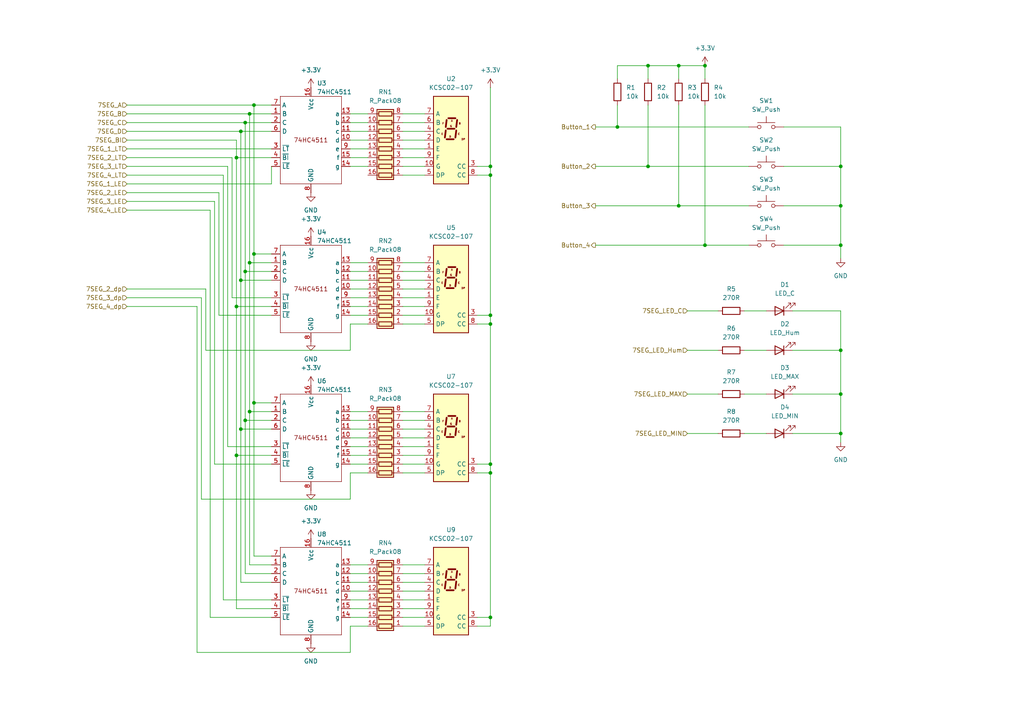
<source format=kicad_sch>
(kicad_sch (version 20250114) (generator "eeschema") (generator_version "9.0")
  (paper "A4")
  (lib_symbols
    (symbol "74HC4511:74HC4511"
      (property "Reference" "U" (at -8.382 14.224 0))
      (property "Value" "74HC4511" (at 0 0 0))
      (symbol "74HC4511_1_1"
        (rectangle (start -8.89 12.7) (end 8.89 -12.7) (fill (type color) (color 255 255 255 1)))
        (text "74HC4511\n" (at 0 0 0) (effects (font (size 1.27 1.27))))
        (pin input line (at -11.43 10.16 0) (length 2.54) (name "A") (number "7"))
        (pin input line (at -11.43 7.62 0) (length 2.54) (name "B") (number "1"))
        (pin input line (at -11.43 5.08 0) (length 2.54) (name "C") (number "2"))
        (pin input line (at -11.43 2.54 0) (length 2.54) (name "D") (number "6"))
        (pin input line (at -11.43 -2.54 0) (length 2.54) (name "~{LT}") (number "3"))
        (pin input line (at -11.43 -5.08 0) (length 2.54) (name "~{BI}") (number "4"))
        (pin input line (at -11.43 -7.62 0) (length 2.54) (name "~{LE}") (number "5"))
        (pin power_in line (at 0 15.24 270) (length 2.54) (name "Vcc") (number "16"))
        (pin power_out line (at 0 -15.24 90) (length 2.54) (name "GND") (number "8"))
        (pin output line (at 11.43 7.62 180) (length 2.54) (name "a") (number "13"))
        (pin output line (at 11.43 5.08 180) (length 2.54) (name "b") (number "12"))
        (pin output line (at 11.43 2.54 180) (length 2.54) (name "c") (number "11"))
        (pin output line (at 11.43 0 180) (length 2.54) (name "d") (number "10"))
        (pin output line (at 11.43 -2.54 180) (length 2.54) (name "e") (number "9"))
        (pin output line (at 11.43 -5.08 180) (length 2.54) (name "f") (number "15"))
        (pin output line (at 11.43 -7.62 180) (length 2.54) (name "g") (number "14"))
      )
    )
    (symbol "Device:LED" (pin_numbers (hide yes)) (pin_names (offset 1.016) (hide yes))
      (property "Reference" "D" (at 0 2.54 0))
      (property "Value" "LED" (at 0 -2.54 0))
      (symbol "LED_0_1"
        (polyline (pts (xy -3.048 -0.762) (xy -4.572 -2.286) (xy -3.81 -2.286) (xy -4.572 -2.286) (xy -4.572 -1.524)))
        (polyline (pts (xy -1.778 -0.762) (xy -3.302 -2.286) (xy -2.54 -2.286) (xy -3.302 -2.286) (xy -3.302 -1.524)))
        (polyline (pts (xy -1.27 0) (xy 1.27 0)))
        (polyline (pts (xy -1.27 -1.27) (xy -1.27 1.27)) (stroke (width 0.254)))
        (polyline (pts (xy 1.27 -1.27) (xy 1.27 1.27) (xy -1.27 0) (xy 1.27 -1.27)) (stroke (width 0.254)))
      )
      (symbol "LED_1_1"
        (pin passive line (at -3.81 0 0) (length 2.54) (name "K") (number "1"))
        (pin passive line (at 3.81 0 180) (length 2.54) (name "A") (number "2"))
      )
    )
    (symbol "Device:R" (pin_numbers (hide yes)) (pin_names (offset 0))
      (property "Reference" "R" (at 2.032 0 90))
      (property "Value" "R" (at 0 0 90))
      (symbol "R_0_1"
        (rectangle (start -1.016 -2.54) (end 1.016 2.54) (stroke (width 0.254)))
      )
      (symbol "R_1_1"
        (pin passive line (at 0 3.81 270) (length 1.27) (name "~") (number "1"))
        (pin passive line (at 0 -3.81 90) (length 1.27) (name "~") (number "2"))
      )
    )
    (symbol "Device:R_Pack08" (pin_names (offset 0) (hide yes))
      (property "Reference" "RN" (at -12.7 0 90))
      (property "Value" "R_Pack08" (at 10.16 0 90))
      (symbol "R_Pack08_0_1"
        (rectangle (start -11.43 -2.413) (end 8.89 2.413) (stroke (width 0.254)) (fill (type background)))
        (rectangle (start -10.795 1.905) (end -9.525 -1.905) (stroke (width 0.254)))
        (polyline (pts (xy -10.16 1.905) (xy -10.16 2.54)))
        (polyline (pts (xy -10.16 -2.54) (xy -10.16 -1.905)))
        (rectangle (start -8.255 1.905) (end -6.985 -1.905) (stroke (width 0.254)))
        (polyline (pts (xy -7.62 1.905) (xy -7.62 2.54)))
        (polyline (pts (xy -7.62 -2.54) (xy -7.62 -1.905)))
        (rectangle (start -5.715 1.905) (end -4.445 -1.905) (stroke (width 0.254)))
        (polyline (pts (xy -5.08 1.905) (xy -5.08 2.54)))
        (polyline (pts (xy -5.08 -2.54) (xy -5.08 -1.905)))
        (rectangle (start -3.175 1.905) (end -1.905 -1.905) (stroke (width 0.254)))
        (polyline (pts (xy -2.54 1.905) (xy -2.54 2.54)))
        (polyline (pts (xy -2.54 -2.54) (xy -2.54 -1.905)))
        (rectangle (start -0.635 1.905) (end 0.635 -1.905) (stroke (width 0.254)))
        (polyline (pts (xy 0 1.905) (xy 0 2.54)))
        (polyline (pts (xy 0 -2.54) (xy 0 -1.905)))
        (rectangle (start 1.905 1.905) (end 3.175 -1.905) (stroke (width 0.254)))
        (polyline (pts (xy 2.54 1.905) (xy 2.54 2.54)))
        (polyline (pts (xy 2.54 -2.54) (xy 2.54 -1.905)))
        (rectangle (start 4.445 1.905) (end 5.715 -1.905) (stroke (width 0.254)))
        (polyline (pts (xy 5.08 1.905) (xy 5.08 2.54)))
        (polyline (pts (xy 5.08 -2.54) (xy 5.08 -1.905)))
        (rectangle (start 6.985 1.905) (end 8.255 -1.905) (stroke (width 0.254)))
        (polyline (pts (xy 7.62 1.905) (xy 7.62 2.54)))
        (polyline (pts (xy 7.62 -2.54) (xy 7.62 -1.905)))
      )
      (symbol "R_Pack08_1_1"
        (pin passive line (at -10.16 5.08 270) (length 2.54) (name "R1.2") (number "16"))
        (pin passive line (at -10.16 -5.08 90) (length 2.54) (name "R1.1") (number "1"))
        (pin passive line (at -7.62 5.08 270) (length 2.54) (name "R2.2") (number "15"))
        (pin passive line (at -7.62 -5.08 90) (length 2.54) (name "R2.1") (number "2"))
        (pin passive line (at -5.08 5.08 270) (length 2.54) (name "R3.2") (number "14"))
        (pin passive line (at -5.08 -5.08 90) (length 2.54) (name "R3.1") (number "3"))
        (pin passive line (at -2.54 5.08 270) (length 2.54) (name "R4.2") (number "13"))
        (pin passive line (at -2.54 -5.08 90) (length 2.54) (name "R4.1") (number "4"))
        (pin passive line (at 0 5.08 270) (length 2.54) (name "R5.2") (number "12"))
        (pin passive line (at 0 -5.08 90) (length 2.54) (name "R5.1") (number "5"))
        (pin passive line (at 2.54 5.08 270) (length 2.54) (name "R6.2") (number "11"))
        (pin passive line (at 2.54 -5.08 90) (length 2.54) (name "R6.1") (number "6"))
        (pin passive line (at 5.08 5.08 270) (length 2.54) (name "R7.2") (number "10"))
        (pin passive line (at 5.08 -5.08 90) (length 2.54) (name "R7.1") (number "7"))
        (pin passive line (at 7.62 5.08 270) (length 2.54) (name "R8.2") (number "9"))
        (pin passive line (at 7.62 -5.08 90) (length 2.54) (name "R8.1") (number "8"))
      )
    )
    (symbol "Display_Character:KCSC02-107" (pin_names (offset 0.635))
      (property "Reference" "U" (at -2.54 13.97 0))
      (property "Value" "KCSC02-107" (at 1.27 13.97 0))
      (symbol "KCSC02-107_0_0"
        (text "E" (at -2.54 1.778 0) (effects (font (size 0.508 0.508))))
        (text "F" (at -2.286 4.826 0) (effects (font (size 0.508 0.508))))
        (text "D" (at -0.254 1.016 0) (effects (font (size 0.508 0.508))))
        (text "G" (at 0 4.064 0) (effects (font (size 0.508 0.508))))
        (text "A" (at 0.254 5.588 0) (effects (font (size 0.508 0.508))))
        (text "C" (at 2.286 1.778 0) (effects (font (size 0.508 0.508))))
        (text "B" (at 2.54 4.826 0) (effects (font (size 0.508 0.508))))
        (text "DP" (at 3.556 0.254 0) (effects (font (size 0.508 0.508))))
      )
      (symbol "KCSC02-107_0_1"
        (rectangle (start -5.08 12.7) (end 5.08 -12.7) (stroke (width 0.254)) (fill (type background)))
        (polyline (pts (xy -1.524 2.794) (xy -1.778 0.762)) (stroke (width 0.508)))
        (polyline (pts (xy -1.27 5.842) (xy -1.524 3.81)) (stroke (width 0.508)))
        (polyline (pts (xy -1.27 0.254) (xy 0.762 0.254)) (stroke (width 0.508)))
        (polyline (pts (xy -1.016 3.302) (xy 1.016 3.302)) (stroke (width 0.508)))
        (polyline (pts (xy -0.762 6.35) (xy 1.27 6.35)) (stroke (width 0.508)))
        (polyline (pts (xy 1.524 2.794) (xy 1.27 0.762)) (stroke (width 0.508)))
        (polyline (pts (xy 1.778 5.842) (xy 1.524 3.81)) (stroke (width 0.508)))
        (polyline (pts (xy 2.54 0.254) (xy 2.54 0.254)) (stroke (width 0.508)))
      )
      (symbol "KCSC02-107_1_1"
        (pin input line (at -7.62 7.62 0) (length 2.54) (name "A") (number "7"))
        (pin input line (at -7.62 5.08 0) (length 2.54) (name "B") (number "6"))
        (pin input line (at -7.62 2.54 0) (length 2.54) (name "C") (number "4"))
        (pin input line (at -7.62 0 0) (length 2.54) (name "D") (number "2"))
        (pin input line (at -7.62 -2.54 0) (length 2.54) (name "E") (number "1"))
        (pin input line (at -7.62 -5.08 0) (length 2.54) (name "F") (number "9"))
        (pin input line (at -7.62 -7.62 0) (length 2.54) (name "G") (number "10"))
        (pin input line (at -7.62 -10.16 0) (length 2.54) (name "DP") (number "5"))
        (pin input line (at 7.62 -7.62 180) (length 2.54) (name "CC") (number "3"))
        (pin input line (at 7.62 -10.16 180) (length 2.54) (name "CC") (number "8"))
      )
    )
    (symbol "Switch:SW_Push" (pin_numbers (hide yes)) (pin_names (offset 1.016) (hide yes))
      (property "Reference" "SW" (at 1.27 2.54 0))
      (property "Value" "SW_Push" (at 0 -1.524 0))
      (symbol "SW_Push_0_1"
        (circle (center -2.032 0) (radius 0.508))
        (polyline (pts (xy 0 1.27) (xy 0 3.048)))
        (circle (center 2.032 0) (radius 0.508))
        (polyline (pts (xy 2.54 1.27) (xy -2.54 1.27)))
        (pin passive line (at -5.08 0 0) (length 2.54) (name "1") (number "1"))
        (pin passive line (at 5.08 0 180) (length 2.54) (name "2") (number "2"))
      )
    )
    (symbol "power:GND" (power) (pin_numbers (hide yes)) (pin_names (offset 0) (hide yes))
      (property "Value" "GND" (at 0 -3.81 0))
      (symbol "GND_0_1"
        (polyline (pts (xy 0 0) (xy 0 -1.27) (xy 1.27 -1.27) (xy 0 -2.54) (xy -1.27 -1.27) (xy 0 -1.27)))
      )
      (symbol "GND_1_1"
        (pin power_in line (at 0 0 270) (length 0) (name "~") (number "1"))
      )
    )
    (symbol "power:VDD" (power) (pin_numbers (hide yes)) (pin_names (offset 0) (hide yes))
      (property "Value" "VDD" (at 0 3.556 0))
      (symbol "VDD_0_1"
        (polyline (pts (xy -0.762 1.27) (xy 0 2.54)))
        (polyline (pts (xy 0 2.54) (xy 0.762 1.27)))
        (polyline (pts (xy 0 0) (xy 0 2.54)))
      )
      (symbol "VDD_1_1"
        (pin power_in line (at 0 0 90) (length 0) (name "~") (number "1"))
      )
    )
  )
  (junction (at 187.96 19.05))
  (junction (at 73.66 116.84))
  (junction (at 243.84 114.3))
  (junction (at 71.12 121.92))
  (junction (at 243.84 125.73))
  (junction (at 68.58 132.08))
  (junction (at 243.84 101.6))
  (junction (at 72.39 33.02))
  (junction (at 71.12 78.74))
  (junction (at 204.47 19.05))
  (junction (at 68.58 88.9))
  (junction (at 73.66 30.48))
  (junction (at 71.12 35.56))
  (junction (at 196.85 19.05))
  (junction (at 69.85 124.46))
  (junction (at 187.96 48.26))
  (junction (at 72.39 76.2))
  (junction (at 142.24 48.26))
  (junction (at 142.24 134.62))
  (junction (at 142.24 137.16))
  (junction (at 243.84 48.26))
  (junction (at 243.84 59.69))
  (junction (at 142.24 93.98))
  (junction (at 204.47 71.12))
  (junction (at 142.24 179.07))
  (junction (at 196.85 59.69))
  (junction (at 73.66 73.66))
  (junction (at 72.39 119.38))
  (junction (at 69.85 38.1))
  (junction (at 69.85 81.28))
  (junction (at 179.07 36.83))
  (junction (at 142.24 91.44))
  (junction (at 243.84 71.12))
  (junction (at 68.58 45.72))
  (junction (at 142.24 50.8))
  (wire (pts (xy 116.84 168.91) (xy 123.19 168.91)))
  (wire (pts (xy 116.84 78.74) (xy 123.19 78.74)))
  (wire (pts (xy 101.6 173.99) (xy 106.68 173.99)))
  (wire (pts (xy 142.24 137.16) (xy 142.24 179.07)))
  (wire (pts (xy 243.84 71.12) (xy 243.84 74.93)))
  (wire (pts (xy 36.83 55.88) (xy 63.5 55.88)))
  (wire (pts (xy 116.84 88.9) (xy 123.19 88.9)))
  (wire (pts (xy 36.83 48.26) (xy 66.04 48.26)))
  (wire (pts (xy 101.6 35.56) (xy 106.68 35.56)))
  (wire (pts (xy 227.33 59.69) (xy 243.84 59.69)))
  (wire (pts (xy 68.58 132.08) (xy 68.58 176.53)))
  (wire (pts (xy 36.83 30.48) (xy 73.66 30.48)))
  (wire (pts (xy 101.6 181.61) (xy 106.68 181.61)))
  (wire (pts (xy 57.15 88.9) (xy 57.15 189.23)))
  (wire (pts (xy 72.39 33.02) (xy 78.74 33.02)))
  (wire (pts (xy 101.6 171.45) (xy 106.68 171.45)))
  (wire (pts (xy 199.39 114.3) (xy 208.28 114.3)))
  (wire (pts (xy 116.84 50.8) (xy 123.19 50.8)))
  (wire (pts (xy 196.85 19.05) (xy 187.96 19.05)))
  (wire (pts (xy 101.6 48.26) (xy 106.68 48.26)))
  (wire (pts (xy 69.85 81.28) (xy 78.74 81.28)))
  (wire (pts (xy 69.85 38.1) (xy 69.85 81.28)))
  (wire (pts (xy 57.15 189.23) (xy 101.6 189.23)))
  (wire (pts (xy 73.66 116.84) (xy 78.74 116.84)))
  (wire (pts (xy 187.96 19.05) (xy 179.07 19.05)))
  (wire (pts (xy 62.23 134.62) (xy 78.74 134.62)))
  (wire (pts (xy 67.31 86.36) (xy 78.74 86.36)))
  (wire (pts (xy 66.04 48.26) (xy 66.04 129.54)))
  (wire (pts (xy 58.42 86.36) (xy 58.42 144.78)))
  (wire (pts (xy 229.87 125.73) (xy 243.84 125.73)))
  (wire (pts (xy 101.6 129.54) (xy 106.68 129.54)))
  (wire (pts (xy 36.83 35.56) (xy 71.12 35.56)))
  (wire (pts (xy 72.39 163.83) (xy 78.74 163.83)))
  (wire (pts (xy 73.66 73.66) (xy 78.74 73.66)))
  (wire (pts (xy 116.84 35.56) (xy 123.19 35.56)))
  (wire (pts (xy 36.83 88.9) (xy 57.15 88.9)))
  (wire (pts (xy 243.84 125.73) (xy 243.84 128.27)))
  (wire (pts (xy 187.96 48.26) (xy 217.17 48.26)))
  (wire (pts (xy 101.6 166.37) (xy 106.68 166.37)))
  (wire (pts (xy 116.84 38.1) (xy 123.19 38.1)))
  (wire (pts (xy 101.6 119.38) (xy 106.68 119.38)))
  (wire (pts (xy 68.58 88.9) (xy 78.74 88.9)))
  (wire (pts (xy 69.85 81.28) (xy 69.85 124.46)))
  (wire (pts (xy 67.31 45.72) (xy 67.31 86.36)))
  (wire (pts (xy 64.77 50.8) (xy 64.77 173.99)))
  (wire (pts (xy 116.84 166.37) (xy 123.19 166.37)))
  (wire (pts (xy 101.6 124.46) (xy 106.68 124.46)))
  (wire (pts (xy 116.84 176.53) (xy 123.19 176.53)))
  (wire (pts (xy 101.6 132.08) (xy 106.68 132.08)))
  (wire (pts (xy 101.6 189.23) (xy 101.6 181.61)))
  (wire (pts (xy 62.23 58.42) (xy 62.23 134.62)))
  (wire (pts (xy 116.84 40.64) (xy 123.19 40.64)))
  (wire (pts (xy 116.84 91.44) (xy 123.19 91.44)))
  (wire (pts (xy 116.84 181.61) (xy 123.19 181.61)))
  (wire (pts (xy 68.58 45.72) (xy 68.58 88.9)))
  (wire (pts (xy 36.83 38.1) (xy 69.85 38.1)))
  (wire (pts (xy 204.47 71.12) (xy 217.17 71.12)))
  (wire (pts (xy 116.84 129.54) (xy 123.19 129.54)))
  (wire (pts (xy 101.6 163.83) (xy 106.68 163.83)))
  (wire (pts (xy 101.6 76.2) (xy 106.68 76.2)))
  (wire (pts (xy 59.69 101.6) (xy 101.6 101.6)))
  (wire (pts (xy 142.24 93.98) (xy 142.24 134.62)))
  (wire (pts (xy 101.6 45.72) (xy 106.68 45.72)))
  (wire (pts (xy 101.6 38.1) (xy 106.68 38.1)))
  (wire (pts (xy 172.72 59.69) (xy 196.85 59.69)))
  (wire (pts (xy 204.47 19.05) (xy 204.47 22.86)))
  (wire (pts (xy 78.74 53.34) (xy 78.74 48.26)))
  (wire (pts (xy 243.84 48.26) (xy 243.84 59.69)))
  (wire (pts (xy 172.72 36.83) (xy 179.07 36.83)))
  (wire (pts (xy 215.9 101.6) (xy 222.25 101.6)))
  (wire (pts (xy 66.04 129.54) (xy 78.74 129.54)))
  (wire (pts (xy 73.66 30.48) (xy 78.74 30.48)))
  (wire (pts (xy 229.87 101.6) (xy 243.84 101.6)))
  (wire (pts (xy 72.39 119.38) (xy 72.39 163.83)))
  (wire (pts (xy 116.84 86.36) (xy 123.19 86.36)))
  (wire (pts (xy 179.07 19.05) (xy 179.07 22.86)))
  (wire (pts (xy 71.12 166.37) (xy 78.74 166.37)))
  (wire (pts (xy 73.66 116.84) (xy 73.66 161.29)))
  (wire (pts (xy 64.77 173.99) (xy 78.74 173.99)))
  (wire (pts (xy 101.6 40.64) (xy 106.68 40.64)))
  (wire (pts (xy 142.24 91.44) (xy 142.24 93.98)))
  (wire (pts (xy 227.33 36.83) (xy 243.84 36.83)))
  (wire (pts (xy 36.83 40.64) (xy 68.58 40.64)))
  (wire (pts (xy 142.24 50.8) (xy 138.43 50.8)))
  (wire (pts (xy 229.87 90.17) (xy 243.84 90.17)))
  (wire (pts (xy 187.96 30.48) (xy 187.96 48.26)))
  (wire (pts (xy 142.24 50.8) (xy 142.24 91.44)))
  (wire (pts (xy 59.69 83.82) (xy 59.69 101.6)))
  (wire (pts (xy 36.83 83.82) (xy 59.69 83.82)))
  (wire (pts (xy 116.84 163.83) (xy 123.19 163.83)))
  (wire (pts (xy 71.12 121.92) (xy 71.12 166.37)))
  (wire (pts (xy 101.6 33.02) (xy 106.68 33.02)))
  (wire (pts (xy 63.5 55.88) (xy 63.5 91.44)))
  (wire (pts (xy 68.58 132.08) (xy 78.74 132.08)))
  (wire (pts (xy 227.33 48.26) (xy 243.84 48.26)))
  (wire (pts (xy 69.85 124.46) (xy 78.74 124.46)))
  (wire (pts (xy 116.84 173.99) (xy 123.19 173.99)))
  (wire (pts (xy 68.58 40.64) (xy 68.58 45.72)))
  (wire (pts (xy 78.74 76.2) (xy 72.39 76.2)))
  (wire (pts (xy 101.6 78.74) (xy 106.68 78.74)))
  (wire (pts (xy 72.39 76.2) (xy 72.39 119.38)))
  (wire (pts (xy 101.6 176.53) (xy 106.68 176.53)))
  (wire (pts (xy 101.6 93.98) (xy 106.68 93.98)))
  (wire (pts (xy 101.6 83.82) (xy 106.68 83.82)))
  (wire (pts (xy 36.83 45.72) (xy 67.31 45.72)))
  (wire (pts (xy 179.07 30.48) (xy 179.07 36.83)))
  (wire (pts (xy 116.84 179.07) (xy 123.19 179.07)))
  (wire (pts (xy 172.72 71.12) (xy 204.47 71.12)))
  (wire (pts (xy 179.07 36.83) (xy 217.17 36.83)))
  (wire (pts (xy 142.24 25.4) (xy 142.24 48.26)))
  (wire (pts (xy 243.84 90.17) (xy 243.84 101.6)))
  (wire (pts (xy 116.84 45.72) (xy 123.19 45.72)))
  (wire (pts (xy 116.84 76.2) (xy 123.19 76.2)))
  (wire (pts (xy 215.9 90.17) (xy 222.25 90.17)))
  (wire (pts (xy 71.12 121.92) (xy 78.74 121.92)))
  (wire (pts (xy 116.84 119.38) (xy 123.19 119.38)))
  (wire (pts (xy 68.58 176.53) (xy 78.74 176.53)))
  (wire (pts (xy 101.6 134.62) (xy 106.68 134.62)))
  (wire (pts (xy 101.6 101.6) (xy 101.6 93.98)))
  (wire (pts (xy 142.24 91.44) (xy 138.43 91.44)))
  (wire (pts (xy 116.84 134.62) (xy 123.19 134.62)))
  (wire (pts (xy 116.84 127) (xy 123.19 127)))
  (wire (pts (xy 243.84 36.83) (xy 243.84 48.26)))
  (wire (pts (xy 142.24 179.07) (xy 142.24 181.61)))
  (wire (pts (xy 60.96 60.96) (xy 60.96 179.07)))
  (wire (pts (xy 116.84 124.46) (xy 123.19 124.46)))
  (wire (pts (xy 101.6 86.36) (xy 106.68 86.36)))
  (wire (pts (xy 36.83 43.18) (xy 78.74 43.18)))
  (wire (pts (xy 243.84 59.69) (xy 243.84 71.12)))
  (wire (pts (xy 116.84 43.18) (xy 123.19 43.18)))
  (wire (pts (xy 116.84 132.08) (xy 123.19 132.08)))
  (wire (pts (xy 116.84 121.92) (xy 123.19 121.92)))
  (wire (pts (xy 101.6 81.28) (xy 106.68 81.28)))
  (wire (pts (xy 243.84 114.3) (xy 243.84 125.73)))
  (wire (pts (xy 36.83 53.34) (xy 78.74 53.34)))
  (wire (pts (xy 116.84 48.26) (xy 123.19 48.26)))
  (wire (pts (xy 199.39 90.17) (xy 208.28 90.17)))
  (wire (pts (xy 116.84 83.82) (xy 123.19 83.82)))
  (wire (pts (xy 58.42 144.78) (xy 101.6 144.78)))
  (wire (pts (xy 68.58 88.9) (xy 68.58 132.08)))
  (wire (pts (xy 215.9 114.3) (xy 222.25 114.3)))
  (wire (pts (xy 69.85 38.1) (xy 78.74 38.1)))
  (wire (pts (xy 36.83 50.8) (xy 64.77 50.8)))
  (wire (pts (xy 101.6 179.07) (xy 106.68 179.07)))
  (wire (pts (xy 63.5 91.44) (xy 78.74 91.44)))
  (wire (pts (xy 199.39 125.73) (xy 208.28 125.73)))
  (wire (pts (xy 101.6 88.9) (xy 106.68 88.9)))
  (wire (pts (xy 36.83 60.96) (xy 60.96 60.96)))
  (wire (pts (xy 204.47 30.48) (xy 204.47 71.12)))
  (wire (pts (xy 69.85 168.91) (xy 78.74 168.91)))
  (wire (pts (xy 227.33 71.12) (xy 243.84 71.12)))
  (wire (pts (xy 72.39 119.38) (xy 78.74 119.38)))
  (wire (pts (xy 116.84 93.98) (xy 123.19 93.98)))
  (wire (pts (xy 36.83 58.42) (xy 62.23 58.42)))
  (wire (pts (xy 196.85 19.05) (xy 196.85 22.86)))
  (wire (pts (xy 204.47 19.05) (xy 196.85 19.05)))
  (wire (pts (xy 101.6 121.92) (xy 106.68 121.92)))
  (wire (pts (xy 71.12 78.74) (xy 71.12 121.92)))
  (wire (pts (xy 142.24 93.98) (xy 138.43 93.98)))
  (wire (pts (xy 116.84 171.45) (xy 123.19 171.45)))
  (wire (pts (xy 71.12 35.56) (xy 78.74 35.56)))
  (wire (pts (xy 142.24 179.07) (xy 138.43 179.07)))
  (wire (pts (xy 142.24 134.62) (xy 138.43 134.62)))
  (wire (pts (xy 101.6 137.16) (xy 106.68 137.16)))
  (wire (pts (xy 101.6 127) (xy 106.68 127)))
  (wire (pts (xy 36.83 86.36) (xy 58.42 86.36)))
  (wire (pts (xy 172.72 48.26) (xy 187.96 48.26)))
  (wire (pts (xy 101.6 168.91) (xy 106.68 168.91)))
  (wire (pts (xy 36.83 33.02) (xy 72.39 33.02)))
  (wire (pts (xy 142.24 181.61) (xy 138.43 181.61)))
  (wire (pts (xy 215.9 125.73) (xy 222.25 125.73)))
  (wire (pts (xy 142.24 137.16) (xy 138.43 137.16)))
  (wire (pts (xy 72.39 33.02) (xy 72.39 76.2)))
  (wire (pts (xy 71.12 78.74) (xy 78.74 78.74)))
  (wire (pts (xy 101.6 43.18) (xy 106.68 43.18)))
  (wire (pts (xy 229.87 114.3) (xy 243.84 114.3)))
  (wire (pts (xy 71.12 35.56) (xy 71.12 78.74)))
  (wire (pts (xy 101.6 91.44) (xy 106.68 91.44)))
  (wire (pts (xy 116.84 137.16) (xy 123.19 137.16)))
  (wire (pts (xy 196.85 30.48) (xy 196.85 59.69)))
  (wire (pts (xy 69.85 124.46) (xy 69.85 168.91)))
  (wire (pts (xy 142.24 48.26) (xy 142.24 50.8)))
  (wire (pts (xy 73.66 73.66) (xy 73.66 116.84)))
  (wire (pts (xy 187.96 19.05) (xy 187.96 22.86)))
  (wire (pts (xy 101.6 144.78) (xy 101.6 137.16)))
  (wire (pts (xy 142.24 134.62) (xy 142.24 137.16)))
  (wire (pts (xy 60.96 179.07) (xy 78.74 179.07)))
  (wire (pts (xy 196.85 59.69) (xy 217.17 59.69)))
  (wire (pts (xy 142.24 48.26) (xy 138.43 48.26)))
  (wire (pts (xy 68.58 45.72) (xy 78.74 45.72)))
  (wire (pts (xy 243.84 101.6) (xy 243.84 114.3)))
  (wire (pts (xy 199.39 101.6) (xy 208.28 101.6)))
  (wire (pts (xy 116.84 81.28) (xy 123.19 81.28)))
  (wire (pts (xy 73.66 30.48) (xy 73.66 73.66)))
  (wire (pts (xy 73.66 161.29) (xy 78.74 161.29)))
  (wire (pts (xy 116.84 33.02) (xy 123.19 33.02)))
  (hierarchical_label "7SEG_BI" (shape input) (at 36.83 40.64 180))
  (hierarchical_label "Button_2" (shape output) (at 172.72 48.26 180))
  (hierarchical_label "7SEG_1_LT" (shape input) (at 36.83 43.18 180))
  (hierarchical_label "7SEG_4_dp" (shape input) (at 36.83 88.9 180))
  (hierarchical_label "7SEG_LED_Hum" (shape input) (at 199.39 101.6 180))
  (hierarchical_label "Button_3" (shape output) (at 172.72 59.69 180))
  (hierarchical_label "7SEG_LED_C" (shape input) (at 199.39 90.17 180))
  (hierarchical_label "Button_4" (shape output) (at 172.72 71.12 180))
  (hierarchical_label "7SEG_A" (shape input) (at 36.83 30.48 180))
  (hierarchical_label "7SEG_2_LT" (shape input) (at 36.83 45.72 180))
  (hierarchical_label "7SEG_3_dp" (shape input) (at 36.83 86.36 180))
  (hierarchical_label "7SEG_D" (shape input) (at 36.83 38.1 180))
  (hierarchical_label "Button_1" (shape output) (at 172.72 36.83 180))
  (hierarchical_label "7SEG_LED_MAX" (shape input) (at 199.39 114.3 180))
  (hierarchical_label "7SEG_B" (shape input) (at 36.83 33.02 180))
  (hierarchical_label "7SEG_2_dp" (shape input) (at 36.83 83.82 180))
  (hierarchical_label "7SEG_1_LE" (shape input) (at 36.83 53.34 180))
  (hierarchical_label "7SEG_4_LT" (shape input) (at 36.83 50.8 180))
  (hierarchical_label "7SEG_4_LE" (shape input) (at 36.83 60.96 180))
  (hierarchical_label "7SEG_2_LE" (shape input) (at 36.83 55.88 180))
  (hierarchical_label "7SEG_LED_MIN" (shape input) (at 199.39 125.73 180))
  (hierarchical_label "7SEG_3_LT" (shape input) (at 36.83 48.26 180))
  (hierarchical_label "7SEG_C" (shape input) (at 36.83 35.56 180))
  (hierarchical_label "7SEG_3_LE" (shape input) (at 36.83 58.42 180))
  (symbol (lib_id "power:GND") (at 243.84 74.93 0) (unit 1)
    (property "Reference" "#PWR019" (effects (hide yes)))
    (property "Value" "GND" (at 243.84 80.01 0))
    (property "Description" "Power symbol creates a global label with name \"GND\" , ground" (effects (hide yes)))
  )
  (symbol (lib_id "Device:R") (at 179.07 26.67 0) (unit 1)
    (property "Reference" "R1" (at 181.61 25.3999 0) (effects (justify left)))
    (property "Value" "10k" (at 181.61 27.9399 0) (effects (justify left)))
    (property "Footprint" "Resistor_SMD:R_0603_1608Metric" (effects (hide yes)))
    (property "Description" "Resistor" (effects (hide yes)))
  )
  (symbol (lib_id "Device:R") (at 187.96 26.67 0) (unit 1)
    (property "Reference" "R2" (at 190.5 25.3999 0) (effects (justify left)))
    (property "Value" "10k" (at 190.5 27.9399 0) (effects (justify left)))
    (property "Footprint" "Resistor_SMD:R_0603_1608Metric" (effects (hide yes)))
    (property "Description" "Resistor" (effects (hide yes)))
  )
  (symbol (lib_id "Device:R") (at 196.85 26.67 0) (unit 1)
    (property "Reference" "R3" (at 199.39 25.3999 0) (effects (justify left)))
    (property "Value" "10k" (at 199.39 27.9399 0) (effects (justify left)))
    (property "Footprint" "Resistor_SMD:R_0603_1608Metric" (effects (hide yes)))
    (property "Description" "Resistor" (effects (hide yes)))
  )
  (symbol (lib_id "Device:LED") (at 226.06 90.17 180) (unit 1)
    (property "Reference" "D1" (at 227.6475 82.55 0))
    (property "Value" "LED_C" (at 227.6475 85.09 0))
    (property "Footprint" "LED_SMD:LED_0603_1608Metric" (effects (hide yes)))
    (property "Description" "Light emitting diode" (effects (hide yes)))
    (property "Sim.Pins" "1=K 2=A" (effects (hide yes)))
  )
  (symbol (lib_id "74HC4511:74HC4511") (at 90.17 40.64 0) (unit 1)
    (property "Reference" "U3" (at 91.948 24.13 0) (effects (justify left)))
    (property "Value" "74HC4511" (at 91.948 26.67 0) (effects (justify left)))
    (property "Footprint" "Package_SO:SO-16_3.9x9.9mm_P1.27mm" (effects (hide yes)))
    (property "Datasheet" "https://assets.nexperia.com/documents/data-sheet/74HC_HCT4511.pdf" (effects (hide yes)))
    (property "Description" "BCD to 7-segment latch/decoder/driver" (effects (hide yes)))
    (property "MPN" "74HC4511" (effects (hide yes)))
  )
  (symbol (lib_id "Display_Character:KCSC02-107") (at 130.81 127 0) (unit 1)
    (property "Reference" "U7" (at 130.81 109.22 0))
    (property "Value" "KCSC02-107" (at 130.81 111.76 0))
    (property "Footprint" "Display_7Segment:7SEGMENT-LED__HDSM531_HDSM533_SMD" (effects (hide yes)))
    (property "Datasheet" "http://www.kingbright.com/attachments/file/psearch/000/00/00/KCSC02-106(Ver.10A).pdf" (effects (hide yes)))
    (property "Description" "One digit 7 segment super bright orange LED, common cathode" (effects (hide yes)))
    (property "MPN" "157143S12700" (effects (hide yes)))
  )
  (symbol (lib_id "power:GND") (at 243.84 128.27 0) (unit 1)
    (property "Reference" "#PWR020" (effects (hide yes)))
    (property "Value" "GND" (at 243.84 133.35 0))
    (property "Description" "Power symbol creates a global label with name \"GND\" , ground" (effects (hide yes)))
  )
  (symbol (lib_id "Device:R_Pack08") (at 111.76 40.64 90) (unit 1)
    (property "Reference" "RN1" (at 111.76 26.67 90))
    (property "Value" "R_Pack08" (at 111.76 29.21 90))
    (property "Footprint" "Resistor_SMD:R_Array_Convex_8x0602" (effects (hide yes)))
    (property "Description" "8 resistor network, parallel topology" (effects (hide yes)))
  )
  (symbol (lib_id "Device:R_Pack08") (at 111.76 171.45 90) (unit 1)
    (property "Reference" "RN4" (at 111.76 157.48 90))
    (property "Value" "R_Pack08" (at 111.76 160.02 90))
    (property "Footprint" "Resistor_SMD:R_Array_Convex_8x0602" (effects (hide yes)))
    (property "Description" "8 resistor network, parallel topology" (effects (hide yes)))
  )
  (symbol (lib_id "74HC4511:74HC4511") (at 90.17 127 0) (unit 1)
    (property "Reference" "U6" (at 91.948 110.49 0) (effects (justify left)))
    (property "Value" "74HC4511" (at 91.948 113.03 0) (effects (justify left)))
    (property "Footprint" "Package_SO:SO-16_3.9x9.9mm_P1.27mm" (effects (hide yes)))
    (property "Datasheet" "https://assets.nexperia.com/documents/data-sheet/74HC_HCT4511.pdf" (effects (hide yes)))
    (property "Description" "BCD to 7-segment latch/decoder/driver" (effects (hide yes)))
    (property "MPN" "74HC4511" (effects (hide yes)))
  )
  (symbol (lib_id "power:GND") (at 90.17 186.69 0) (unit 1)
    (property "Reference" "#PWR018" (effects (hide yes)))
    (property "Value" "GND" (at 90.17 191.77 0))
    (property "Description" "Power symbol creates a global label with name \"GND\" , ground" (effects (hide yes)))
  )
  (symbol (lib_id "Device:R_Pack08") (at 111.76 127 90) (unit 1)
    (property "Reference" "RN3" (at 111.76 113.03 90))
    (property "Value" "R_Pack08" (at 111.76 115.57 90))
    (property "Footprint" "Resistor_SMD:R_Array_Convex_8x0602" (effects (hide yes)))
    (property "Description" "8 resistor network, parallel topology" (effects (hide yes)))
  )
  (symbol (lib_id "Switch:SW_Push") (at 222.25 48.26 0) (unit 1)
    (property "Reference" "SW2" (at 222.25 40.64 0))
    (property "Value" "SW_Push" (at 222.25 43.18 0))
    (property "Footprint" "Button_Switch_SMD:SW_Push_1P1T_NO_Vertical_Wuerth_434133025816" (effects (hide yes)))
    (property "Description" "Push button switch, generic, two pins" (effects (hide yes)))
  )
  (symbol (lib_id "Device:LED") (at 226.06 101.6 180) (unit 1)
    (property "Reference" "D2" (at 227.6475 93.98 0))
    (property "Value" "LED_Hum" (at 227.6475 96.52 0))
    (property "Footprint" "LED_SMD:LED_0603_1608Metric" (effects (hide yes)))
    (property "Description" "Light emitting diode" (effects (hide yes)))
    (property "Sim.Pins" "1=K 2=A" (effects (hide yes)))
  )
  (symbol (lib_id "power:VDD") (at 90.17 111.76 0) (unit 1)
    (property "Reference" "#PWR015" (effects (hide yes)))
    (property "Value" "+3.3V" (at 90.17 106.68 0))
    (property "Description" "Power symbol creates a global label with name \"VDD\"" (effects (hide yes)))
  )
  (symbol (lib_id "power:VDD") (at 90.17 68.58 0) (unit 1)
    (property "Reference" "#PWR013" (effects (hide yes)))
    (property "Value" "+3.3V" (at 90.17 63.5 0))
    (property "Description" "Power symbol creates a global label with name \"VDD\"" (effects (hide yes)))
  )
  (symbol (lib_id "power:GND") (at 90.17 99.06 0) (unit 1)
    (property "Reference" "#PWR014" (effects (hide yes)))
    (property "Value" "GND" (at 90.17 104.14 0))
    (property "Description" "Power symbol creates a global label with name \"GND\" , ground" (effects (hide yes)))
  )
  (symbol (lib_id "Device:R") (at 212.09 125.73 90) (unit 1)
    (property "Reference" "R8" (at 212.09 119.38 90))
    (property "Value" "270R" (at 212.09 121.92 90))
    (property "Footprint" "Resistor_SMD:R_0603_1608Metric" (effects (hide yes)))
    (property "Description" "Resistor" (effects (hide yes)))
  )
  (symbol (lib_id "Switch:SW_Push") (at 222.25 59.69 0) (unit 1)
    (property "Reference" "SW3" (at 222.25 52.07 0))
    (property "Value" "SW_Push" (at 222.25 54.61 0))
    (property "Footprint" "Button_Switch_SMD:SW_Push_1P1T_NO_Vertical_Wuerth_434133025816" (effects (hide yes)))
    (property "Description" "Push button switch, generic, two pins" (effects (hide yes)))
  )
  (symbol (lib_id "power:GND") (at 90.17 142.24 0) (unit 1)
    (property "Reference" "#PWR016" (effects (hide yes)))
    (property "Value" "GND" (at 90.17 147.32 0))
    (property "Description" "Power symbol creates a global label with name \"GND\" , ground" (effects (hide yes)))
  )
  (symbol (lib_id "74HC4511:74HC4511") (at 90.17 171.45 0) (unit 1)
    (property "Reference" "U8" (at 91.948 154.94 0) (effects (justify left)))
    (property "Value" "74HC4511" (at 91.948 157.48 0) (effects (justify left)))
    (property "Footprint" "Package_SO:SO-16_3.9x9.9mm_P1.27mm" (effects (hide yes)))
    (property "Datasheet" "https://assets.nexperia.com/documents/data-sheet/74HC_HCT4511.pdf" (effects (hide yes)))
    (property "Description" "BCD to 7-segment latch/decoder/driver" (effects (hide yes)))
    (property "MPN" "74HC4511" (effects (hide yes)))
  )
  (symbol (lib_id "Switch:SW_Push") (at 222.25 71.12 0) (unit 1)
    (property "Reference" "SW4" (at 222.25 63.5 0))
    (property "Value" "SW_Push" (at 222.25 66.04 0))
    (property "Footprint" "Button_Switch_SMD:SW_Push_1P1T_NO_Vertical_Wuerth_434133025816" (effects (hide yes)))
    (property "Description" "Push button switch, generic, two pins" (effects (hide yes)))
  )
  (symbol (lib_id "Device:R_Pack08") (at 111.76 83.82 90) (unit 1)
    (property "Reference" "RN2" (at 111.76 69.85 90))
    (property "Value" "R_Pack08" (at 111.76 72.39 90))
    (property "Footprint" "Resistor_SMD:R_Array_Convex_8x0602" (effects (hide yes)))
    (property "Description" "8 resistor network, parallel topology" (effects (hide yes)))
  )
  (symbol (lib_id "power:VDD") (at 142.24 25.4 0) (unit 1)
    (property "Reference" "#PWR023" (effects (hide yes)))
    (property "Value" "+3.3V" (at 142.24 20.32 0))
    (property "Description" "Power symbol creates a global label with name \"VDD\"" (effects (hide yes)))
  )
  (symbol (lib_id "Device:LED") (at 226.06 114.3 180) (unit 1)
    (property "Reference" "D3" (at 227.6475 106.68 0))
    (property "Value" "LED_MAX" (at 227.6475 109.22 0))
    (property "Footprint" "LED_SMD:LED_0603_1608Metric" (effects (hide yes)))
    (property "Description" "Light emitting diode" (effects (hide yes)))
    (property "Sim.Pins" "1=K 2=A" (effects (hide yes)))
  )
  (symbol (lib_id "Display_Character:KCSC02-107") (at 130.81 40.64 0) (unit 1)
    (property "Reference" "U2" (at 130.81 22.86 0))
    (property "Value" "KCSC02-107" (at 130.81 25.4 0))
    (property "Footprint" "Display_7Segment:7SEGMENT-LED__HDSM531_HDSM533_SMD" (effects (hide yes)))
    (property "Datasheet" "http://www.kingbright.com/attachments/file/psearch/000/00/00/KCSC02-106(Ver.10A).pdf" (effects (hide yes)))
    (property "Description" "One digit 7 segment super bright orange LED, common cathode" (effects (hide yes)))
    (property "MPN" "157143S12700" (effects (hide yes)))
  )
  (symbol (lib_id "Display_Character:KCSC02-107") (at 130.81 171.45 0) (unit 1)
    (property "Reference" "U9" (at 130.81 153.67 0))
    (property "Value" "KCSC02-107" (at 130.81 156.21 0))
    (property "Footprint" "Display_7Segment:7SEGMENT-LED__HDSM531_HDSM533_SMD" (effects (hide yes)))
    (property "Datasheet" "http://www.kingbright.com/attachments/file/psearch/000/00/00/KCSC02-106(Ver.10A).pdf" (effects (hide yes)))
    (property "Description" "One digit 7 segment super bright orange LED, common cathode" (effects (hide yes)))
    (property "MPN" "157143S12700" (effects (hide yes)))
  )
  (symbol (lib_id "Device:R") (at 204.47 26.67 0) (unit 1)
    (property "Reference" "R4" (at 207.01 25.3999 0) (effects (justify left)))
    (property "Value" "10k" (at 207.01 27.9399 0) (effects (justify left)))
    (property "Footprint" "Resistor_SMD:R_0603_1608Metric" (effects (hide yes)))
    (property "Description" "Resistor" (effects (hide yes)))
  )
  (symbol (lib_id "power:VDD") (at 90.17 25.4 0) (unit 1)
    (property "Reference" "#PWR08" (effects (hide yes)))
    (property "Value" "+3.3V" (at 90.17 20.32 0))
    (property "Description" "Power symbol creates a global label with name \"VDD\"" (effects (hide yes)))
  )
  (symbol (lib_id "Device:R") (at 212.09 114.3 90) (unit 1)
    (property "Reference" "R7" (at 212.09 107.95 90))
    (property "Value" "270R" (at 212.09 110.49 90))
    (property "Footprint" "Resistor_SMD:R_0603_1608Metric" (effects (hide yes)))
    (property "Description" "Resistor" (effects (hide yes)))
  )
  (symbol (lib_id "Device:LED") (at 226.06 125.73 180) (unit 1)
    (property "Reference" "D4" (at 227.6475 118.11 0))
    (property "Value" "LED_MIN" (at 227.6475 120.65 0))
    (property "Footprint" "LED_SMD:LED_0603_1608Metric" (effects (hide yes)))
    (property "Description" "Light emitting diode" (effects (hide yes)))
    (property "Sim.Pins" "1=K 2=A" (effects (hide yes)))
  )
  (symbol (lib_id "power:GND") (at 90.17 55.88 0) (unit 1)
    (property "Reference" "#PWR09" (effects (hide yes)))
    (property "Value" "GND" (at 90.17 60.96 0))
    (property "Description" "Power symbol creates a global label with name \"GND\" , ground" (effects (hide yes)))
  )
  (symbol (lib_id "Device:R") (at 212.09 90.17 90) (unit 1)
    (property "Reference" "R5" (at 212.09 83.82 90))
    (property "Value" "270R" (at 212.09 86.36 90))
    (property "Footprint" "Resistor_SMD:R_0603_1608Metric" (effects (hide yes)))
    (property "Description" "Resistor" (effects (hide yes)))
  )
  (symbol (lib_id "power:VDD") (at 204.47 19.05 0) (unit 1)
    (property "Reference" "#PWR012" (effects (hide yes)))
    (property "Value" "+3.3V" (at 204.47 13.97 0))
    (property "Description" "Power symbol creates a global label with name \"VDD\"" (effects (hide yes)))
  )
  (symbol (lib_id "Switch:SW_Push") (at 222.25 36.83 0) (unit 1)
    (property "Reference" "SW1" (at 222.25 29.21 0))
    (property "Value" "SW_Push" (at 222.25 31.75 0))
    (property "Footprint" "Button_Switch_SMD:SW_Push_1P1T_NO_Vertical_Wuerth_434133025816" (effects (hide yes)))
    (property "Description" "Push button switch, generic, two pins" (effects (hide yes)))
  )
  (symbol (lib_id "Device:R") (at 212.09 101.6 90) (unit 1)
    (property "Reference" "R6" (at 212.09 95.25 90))
    (property "Value" "270R" (at 212.09 97.79 90))
    (property "Footprint" "Resistor_SMD:R_0603_1608Metric" (effects (hide yes)))
    (property "Description" "Resistor" (effects (hide yes)))
  )
  (symbol (lib_id "74HC4511:74HC4511") (at 90.17 83.82 0) (unit 1)
    (property "Reference" "U4" (at 91.948 67.31 0) (effects (justify left)))
    (property "Value" "74HC4511" (at 91.948 69.85 0) (effects (justify left)))
    (property "Footprint" "Package_SO:SO-16_3.9x9.9mm_P1.27mm" (effects (hide yes)))
    (property "Datasheet" "https://assets.nexperia.com/documents/data-sheet/74HC_HCT4511.pdf" (effects (hide yes)))
    (property "Description" "BCD to 7-segment latch/decoder/driver" (effects (hide yes)))
    (property "MPN" "74HC4511" (effects (hide yes)))
  )
  (symbol (lib_id "power:VDD") (at 90.17 156.21 0) (unit 1)
    (property "Reference" "#PWR017" (effects (hide yes)))
    (property "Value" "+3.3V" (at 90.17 151.13 0))
    (property "Description" "Power symbol creates a global label with name \"VDD\"" (effects (hide yes)))
  )
  (symbol (lib_id "Display_Character:KCSC02-107") (at 130.81 83.82 0) (unit 1)
    (property "Reference" "U5" (at 130.81 66.04 0))
    (property "Value" "KCSC02-107" (at 130.81 68.58 0))
    (property "Footprint" "Display_7Segment:7SEGMENT-LED__HDSM531_HDSM533_SMD" (effects (hide yes)))
    (property "Datasheet" "http://www.kingbright.com/attachments/file/psearch/000/00/00/KCSC02-106(Ver.10A).pdf" (effects (hide yes)))
    (property "Description" "One digit 7 segment super bright orange LED, common cathode" (effects (hide yes)))
    (property "MPN" "157143S12700" (effects (hide yes)))
  )
)
</source>
